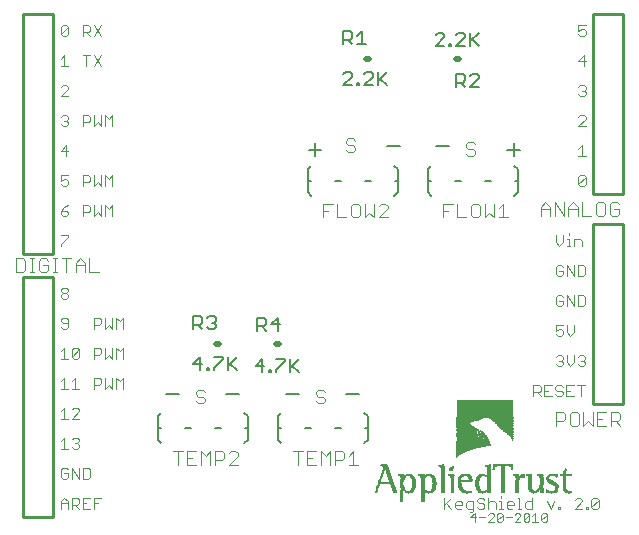
<source format=gto>
G75*
G70*
%OFA0B0*%
%FSLAX24Y24*%
%IPPOS*%
%LPD*%
%AMOC8*
5,1,8,0,0,1.08239X$1,22.5*
%
%ADD10C,0.0030*%
%ADD11C,0.0060*%
%ADD12C,0.0040*%
%ADD13C,0.0100*%
%ADD14R,0.0100X0.0010*%
%ADD15R,0.0110X0.0010*%
%ADD16R,0.0020X0.0010*%
%ADD17R,0.0040X0.0010*%
%ADD18R,0.0030X0.0010*%
%ADD19R,0.0140X0.0010*%
%ADD20R,0.0210X0.0010*%
%ADD21R,0.0120X0.0010*%
%ADD22R,0.0180X0.0010*%
%ADD23R,0.0090X0.0010*%
%ADD24R,0.0190X0.0010*%
%ADD25R,0.0280X0.0010*%
%ADD26R,0.0270X0.0010*%
%ADD27R,0.0200X0.0010*%
%ADD28R,0.0130X0.0010*%
%ADD29R,0.0230X0.0010*%
%ADD30R,0.0220X0.0010*%
%ADD31R,0.0320X0.0010*%
%ADD32R,0.0250X0.0010*%
%ADD33R,0.0330X0.0010*%
%ADD34R,0.0340X0.0010*%
%ADD35R,0.0350X0.0010*%
%ADD36R,0.0260X0.0010*%
%ADD37R,0.0240X0.0010*%
%ADD38R,0.0150X0.0010*%
%ADD39R,0.0050X0.0010*%
%ADD40R,0.0080X0.0010*%
%ADD41R,0.0010X0.0010*%
%ADD42R,0.0070X0.0010*%
%ADD43R,0.0060X0.0010*%
%ADD44R,0.0170X0.0010*%
%ADD45R,0.0160X0.0010*%
%ADD46R,0.0550X0.0010*%
%ADD47R,0.0540X0.0010*%
%ADD48R,0.0530X0.0010*%
%ADD49R,0.0510X0.0010*%
%ADD50R,0.0480X0.0010*%
%ADD51R,0.0370X0.0010*%
%ADD52R,0.0300X0.0010*%
%ADD53R,0.0290X0.0010*%
%ADD54R,0.0670X0.0010*%
%ADD55R,0.0310X0.0010*%
%ADD56R,0.0380X0.0010*%
%ADD57R,0.0400X0.0010*%
%ADD58R,0.0430X0.0010*%
%ADD59R,0.0460X0.0010*%
%ADD60R,0.0580X0.0010*%
%ADD61R,0.0610X0.0010*%
%ADD62R,0.0650X0.0010*%
%ADD63R,0.0680X0.0010*%
%ADD64R,0.0720X0.0010*%
%ADD65R,0.0770X0.0010*%
%ADD66R,0.0810X0.0010*%
%ADD67R,0.0860X0.0010*%
%ADD68R,0.0920X0.0010*%
%ADD69R,0.0990X0.0010*%
%ADD70R,0.1120X0.0010*%
%ADD71R,0.1150X0.0010*%
%ADD72R,0.1140X0.0010*%
%ADD73R,0.1130X0.0010*%
%ADD74R,0.1110X0.0010*%
%ADD75R,0.1100X0.0010*%
%ADD76R,0.1090X0.0010*%
%ADD77R,0.1080X0.0010*%
%ADD78R,0.0890X0.0010*%
%ADD79R,0.0880X0.0010*%
%ADD80R,0.0710X0.0010*%
%ADD81R,0.0700X0.0010*%
%ADD82R,0.0690X0.0010*%
%ADD83R,0.0660X0.0010*%
%ADD84R,0.0360X0.0010*%
%ADD85R,0.0640X0.0010*%
%ADD86R,0.0390X0.0010*%
%ADD87R,0.0630X0.0010*%
%ADD88R,0.0410X0.0010*%
%ADD89R,0.0620X0.0010*%
%ADD90R,0.0420X0.0010*%
%ADD91R,0.0440X0.0010*%
%ADD92R,0.0450X0.0010*%
%ADD93R,0.0600X0.0010*%
%ADD94R,0.0590X0.0010*%
%ADD95R,0.0570X0.0010*%
%ADD96R,0.0470X0.0010*%
%ADD97R,0.0560X0.0010*%
%ADD98R,0.0490X0.0010*%
%ADD99R,0.0520X0.0010*%
%ADD100R,0.0500X0.0010*%
%ADD101R,0.0740X0.0010*%
%ADD102R,0.0760X0.0010*%
%ADD103R,0.0780X0.0010*%
%ADD104R,0.0730X0.0010*%
%ADD105R,0.0750X0.0010*%
%ADD106R,0.0830X0.0010*%
%ADD107R,0.0850X0.0010*%
%ADD108R,0.0790X0.0010*%
%ADD109R,0.0870X0.0010*%
%ADD110R,0.0910X0.0010*%
%ADD111R,0.0840X0.0010*%
%ADD112R,0.0970X0.0010*%
%ADD113R,0.1890X0.0010*%
%ADD114C,0.0200*%
%ADD115C,0.0080*%
D10*
X002121Y001116D02*
X002121Y001363D01*
X002244Y001486D01*
X002368Y001363D01*
X002368Y001116D01*
X002489Y001116D02*
X002489Y001486D01*
X002674Y001486D01*
X002736Y001424D01*
X002736Y001301D01*
X002674Y001239D01*
X002489Y001239D01*
X002613Y001239D02*
X002736Y001116D01*
X002858Y001116D02*
X003104Y001116D01*
X003226Y001116D02*
X003226Y001486D01*
X003473Y001486D01*
X003349Y001301D02*
X003226Y001301D01*
X003104Y001486D02*
X002858Y001486D01*
X002858Y001116D01*
X002858Y001301D02*
X002981Y001301D01*
X002368Y001301D02*
X002121Y001301D01*
X002183Y002116D02*
X002121Y002178D01*
X002121Y002424D01*
X002183Y002486D01*
X002306Y002486D01*
X002368Y002424D01*
X002368Y002301D02*
X002244Y002301D01*
X002368Y002301D02*
X002368Y002178D01*
X002306Y002116D01*
X002183Y002116D01*
X002489Y002116D02*
X002489Y002486D01*
X002736Y002116D01*
X002736Y002486D01*
X002858Y002486D02*
X003043Y002486D01*
X003104Y002424D01*
X003104Y002178D01*
X003043Y002116D01*
X002858Y002116D01*
X002858Y002486D01*
X002674Y003116D02*
X002551Y003116D01*
X002489Y003178D01*
X002368Y003116D02*
X002121Y003116D01*
X002244Y003116D02*
X002244Y003486D01*
X002121Y003363D01*
X002489Y003424D02*
X002551Y003486D01*
X002674Y003486D01*
X002736Y003424D01*
X002736Y003363D01*
X002674Y003301D01*
X002736Y003239D01*
X002736Y003178D01*
X002674Y003116D01*
X002674Y003301D02*
X002613Y003301D01*
X002736Y004116D02*
X002489Y004116D01*
X002736Y004363D01*
X002736Y004424D01*
X002674Y004486D01*
X002551Y004486D01*
X002489Y004424D01*
X002244Y004486D02*
X002244Y004116D01*
X002121Y004116D02*
X002368Y004116D01*
X002121Y004363D02*
X002244Y004486D01*
X002244Y005116D02*
X002244Y005486D01*
X002121Y005363D01*
X002121Y005116D02*
X002368Y005116D01*
X002489Y005116D02*
X002736Y005116D01*
X002613Y005116D02*
X002613Y005486D01*
X002489Y005363D01*
X003226Y005486D02*
X003226Y005116D01*
X003226Y005239D02*
X003411Y005239D01*
X003473Y005301D01*
X003473Y005424D01*
X003411Y005486D01*
X003226Y005486D01*
X003594Y005486D02*
X003594Y005116D01*
X003718Y005239D01*
X003841Y005116D01*
X003841Y005486D01*
X003963Y005486D02*
X004086Y005363D01*
X004209Y005486D01*
X004209Y005116D01*
X003963Y005116D02*
X003963Y005486D01*
X003963Y006116D02*
X003963Y006486D01*
X004086Y006363D01*
X004209Y006486D01*
X004209Y006116D01*
X003841Y006116D02*
X003841Y006486D01*
X003594Y006486D02*
X003594Y006116D01*
X003718Y006239D01*
X003841Y006116D01*
X003473Y006301D02*
X003411Y006239D01*
X003226Y006239D01*
X003226Y006116D02*
X003226Y006486D01*
X003411Y006486D01*
X003473Y006424D01*
X003473Y006301D01*
X002736Y006178D02*
X002674Y006116D01*
X002551Y006116D01*
X002489Y006178D01*
X002736Y006424D01*
X002736Y006178D01*
X002736Y006424D02*
X002674Y006486D01*
X002551Y006486D01*
X002489Y006424D01*
X002489Y006178D01*
X002368Y006116D02*
X002121Y006116D01*
X002244Y006116D02*
X002244Y006486D01*
X002121Y006363D01*
X002183Y007116D02*
X002121Y007178D01*
X002183Y007116D02*
X002306Y007116D01*
X002368Y007178D01*
X002368Y007424D01*
X002306Y007486D01*
X002183Y007486D01*
X002121Y007424D01*
X002121Y007363D01*
X002183Y007301D01*
X002368Y007301D01*
X002306Y008116D02*
X002183Y008116D01*
X002121Y008178D01*
X002121Y008239D01*
X002183Y008301D01*
X002306Y008301D01*
X002368Y008239D01*
X002368Y008178D01*
X002306Y008116D01*
X002306Y008301D02*
X002368Y008363D01*
X002368Y008424D01*
X002306Y008486D01*
X002183Y008486D01*
X002121Y008424D01*
X002121Y008363D01*
X002183Y008301D01*
X003226Y007486D02*
X003411Y007486D01*
X003473Y007424D01*
X003473Y007301D01*
X003411Y007239D01*
X003226Y007239D01*
X003226Y007116D02*
X003226Y007486D01*
X003594Y007486D02*
X003594Y007116D01*
X003718Y007239D01*
X003841Y007116D01*
X003841Y007486D01*
X003963Y007486D02*
X004086Y007363D01*
X004209Y007486D01*
X004209Y007116D01*
X003963Y007116D02*
X003963Y007486D01*
X002121Y009866D02*
X002121Y009928D01*
X002368Y010174D01*
X002368Y010236D01*
X002121Y010236D01*
X002183Y010866D02*
X002306Y010866D01*
X002368Y010928D01*
X002368Y010989D01*
X002306Y011051D01*
X002121Y011051D01*
X002121Y010928D01*
X002183Y010866D01*
X002121Y011051D02*
X002244Y011174D01*
X002368Y011236D01*
X002858Y011236D02*
X002858Y010866D01*
X002858Y010989D02*
X003043Y010989D01*
X003104Y011051D01*
X003104Y011174D01*
X003043Y011236D01*
X002858Y011236D01*
X003226Y011236D02*
X003226Y010866D01*
X003349Y010989D01*
X003473Y010866D01*
X003473Y011236D01*
X003594Y011236D02*
X003718Y011113D01*
X003841Y011236D01*
X003841Y010866D01*
X003594Y010866D02*
X003594Y011236D01*
X003594Y011866D02*
X003594Y012236D01*
X003718Y012113D01*
X003841Y012236D01*
X003841Y011866D01*
X003473Y011866D02*
X003473Y012236D01*
X003226Y012236D02*
X003226Y011866D01*
X003349Y011989D01*
X003473Y011866D01*
X003104Y012051D02*
X003043Y011989D01*
X002858Y011989D01*
X002858Y011866D02*
X002858Y012236D01*
X003043Y012236D01*
X003104Y012174D01*
X003104Y012051D01*
X002368Y012051D02*
X002368Y011928D01*
X002306Y011866D01*
X002183Y011866D01*
X002121Y011928D01*
X002121Y012051D02*
X002244Y012113D01*
X002306Y012113D01*
X002368Y012051D01*
X002368Y012236D02*
X002121Y012236D01*
X002121Y012051D01*
X002306Y012866D02*
X002306Y013236D01*
X002121Y013051D01*
X002368Y013051D01*
X002306Y013866D02*
X002183Y013866D01*
X002121Y013928D01*
X002244Y014051D02*
X002306Y014051D01*
X002368Y013989D01*
X002368Y013928D01*
X002306Y013866D01*
X002306Y014051D02*
X002368Y014113D01*
X002368Y014174D01*
X002306Y014236D01*
X002183Y014236D01*
X002121Y014174D01*
X002121Y014866D02*
X002368Y015113D01*
X002368Y015174D01*
X002306Y015236D01*
X002183Y015236D01*
X002121Y015174D01*
X002121Y014866D02*
X002368Y014866D01*
X002858Y014236D02*
X003043Y014236D01*
X003104Y014174D01*
X003104Y014051D01*
X003043Y013989D01*
X002858Y013989D01*
X002858Y013866D02*
X002858Y014236D01*
X003226Y014236D02*
X003226Y013866D01*
X003349Y013989D01*
X003473Y013866D01*
X003473Y014236D01*
X003594Y014236D02*
X003718Y014113D01*
X003841Y014236D01*
X003841Y013866D01*
X003594Y013866D02*
X003594Y014236D01*
X003473Y015866D02*
X003226Y016236D01*
X003104Y016236D02*
X002858Y016236D01*
X002981Y016236D02*
X002981Y015866D01*
X003226Y015866D02*
X003473Y016236D01*
X003473Y016866D02*
X003226Y017236D01*
X003104Y017174D02*
X003104Y017051D01*
X003043Y016989D01*
X002858Y016989D01*
X002981Y016989D02*
X003104Y016866D01*
X003226Y016866D02*
X003473Y017236D01*
X003104Y017174D02*
X003043Y017236D01*
X002858Y017236D01*
X002858Y016866D01*
X002368Y016928D02*
X002306Y016866D01*
X002183Y016866D01*
X002121Y016928D01*
X002368Y017174D01*
X002368Y016928D01*
X002121Y016928D02*
X002121Y017174D01*
X002183Y017236D01*
X002306Y017236D01*
X002368Y017174D01*
X002244Y016236D02*
X002121Y016113D01*
X002244Y016236D02*
X002244Y015866D01*
X002121Y015866D02*
X002368Y015866D01*
X017871Y005236D02*
X017871Y004866D01*
X017871Y004989D02*
X018056Y004989D01*
X018118Y005051D01*
X018118Y005174D01*
X018056Y005236D01*
X017871Y005236D01*
X017994Y004989D02*
X018118Y004866D01*
X018239Y004866D02*
X018486Y004866D01*
X018608Y004928D02*
X018669Y004866D01*
X018793Y004866D01*
X018854Y004928D01*
X018854Y004989D01*
X018793Y005051D01*
X018669Y005051D01*
X018608Y005113D01*
X018608Y005174D01*
X018669Y005236D01*
X018793Y005236D01*
X018854Y005174D01*
X018976Y005236D02*
X018976Y004866D01*
X019223Y004866D01*
X019099Y005051D02*
X018976Y005051D01*
X018976Y005236D02*
X019223Y005236D01*
X019344Y005236D02*
X019591Y005236D01*
X019468Y005236D02*
X019468Y004866D01*
X019419Y005866D02*
X019358Y005928D01*
X019419Y005866D02*
X019543Y005866D01*
X019604Y005928D01*
X019604Y005989D01*
X019543Y006051D01*
X019481Y006051D01*
X019543Y006051D02*
X019604Y006113D01*
X019604Y006174D01*
X019543Y006236D01*
X019419Y006236D01*
X019358Y006174D01*
X019236Y006236D02*
X019236Y005989D01*
X019113Y005866D01*
X018989Y005989D01*
X018989Y006236D01*
X018868Y006174D02*
X018868Y006113D01*
X018806Y006051D01*
X018868Y005989D01*
X018868Y005928D01*
X018806Y005866D01*
X018683Y005866D01*
X018621Y005928D01*
X018744Y006051D02*
X018806Y006051D01*
X018868Y006174D02*
X018806Y006236D01*
X018683Y006236D01*
X018621Y006174D01*
X018683Y006866D02*
X018621Y006928D01*
X018683Y006866D02*
X018806Y006866D01*
X018868Y006928D01*
X018868Y007051D01*
X018806Y007113D01*
X018744Y007113D01*
X018621Y007051D01*
X018621Y007236D01*
X018868Y007236D01*
X018989Y007236D02*
X018989Y006989D01*
X019113Y006866D01*
X019236Y006989D01*
X019236Y007236D01*
X019236Y007866D02*
X019236Y008236D01*
X019358Y008236D02*
X019543Y008236D01*
X019604Y008174D01*
X019604Y007928D01*
X019543Y007866D01*
X019358Y007866D01*
X019358Y008236D01*
X018989Y008236D02*
X019236Y007866D01*
X018989Y007866D02*
X018989Y008236D01*
X018868Y008174D02*
X018806Y008236D01*
X018683Y008236D01*
X018621Y008174D01*
X018621Y007928D01*
X018683Y007866D01*
X018806Y007866D01*
X018868Y007928D01*
X018868Y008051D01*
X018744Y008051D01*
X018683Y008866D02*
X018806Y008866D01*
X018868Y008928D01*
X018868Y009051D01*
X018744Y009051D01*
X018621Y009174D02*
X018621Y008928D01*
X018683Y008866D01*
X018621Y009174D02*
X018683Y009236D01*
X018806Y009236D01*
X018868Y009174D01*
X018989Y009236D02*
X018989Y008866D01*
X019236Y008866D02*
X018989Y009236D01*
X019236Y009236D02*
X019236Y008866D01*
X019358Y008866D02*
X019543Y008866D01*
X019604Y008928D01*
X019604Y009174D01*
X019543Y009236D01*
X019358Y009236D01*
X019358Y008866D01*
X019235Y009866D02*
X019235Y010113D01*
X019420Y010113D01*
X019482Y010051D01*
X019482Y009866D01*
X019113Y009866D02*
X018989Y009866D01*
X019051Y009866D02*
X019051Y010113D01*
X018989Y010113D01*
X019051Y010236D02*
X019051Y010298D01*
X018868Y010236D02*
X018868Y009989D01*
X018744Y009866D01*
X018621Y009989D01*
X018621Y010236D01*
X019433Y011866D02*
X019371Y011928D01*
X019618Y012174D01*
X019618Y011928D01*
X019556Y011866D01*
X019433Y011866D01*
X019371Y011928D02*
X019371Y012174D01*
X019433Y012236D01*
X019556Y012236D01*
X019618Y012174D01*
X019618Y012866D02*
X019371Y012866D01*
X019494Y012866D02*
X019494Y013236D01*
X019371Y013113D01*
X019371Y013866D02*
X019618Y014113D01*
X019618Y014174D01*
X019556Y014236D01*
X019433Y014236D01*
X019371Y014174D01*
X019371Y013866D02*
X019618Y013866D01*
X019556Y014866D02*
X019433Y014866D01*
X019371Y014928D01*
X019494Y015051D02*
X019556Y015051D01*
X019618Y014989D01*
X019618Y014928D01*
X019556Y014866D01*
X019556Y015051D02*
X019618Y015113D01*
X019618Y015174D01*
X019556Y015236D01*
X019433Y015236D01*
X019371Y015174D01*
X019556Y015866D02*
X019556Y016236D01*
X019371Y016051D01*
X019618Y016051D01*
X019556Y016866D02*
X019433Y016866D01*
X019371Y016928D01*
X019371Y017051D02*
X019494Y017113D01*
X019556Y017113D01*
X019618Y017051D01*
X019618Y016928D01*
X019556Y016866D01*
X019371Y017051D02*
X019371Y017236D01*
X019618Y017236D01*
X018486Y005236D02*
X018239Y005236D01*
X018239Y004866D01*
X018239Y005051D02*
X018363Y005051D01*
X017844Y001481D02*
X017844Y001111D01*
X017659Y001111D01*
X017597Y001173D01*
X017597Y001296D01*
X017659Y001358D01*
X017844Y001358D01*
X017475Y001111D02*
X017351Y001111D01*
X017413Y001111D02*
X017413Y001481D01*
X017351Y001481D01*
X017168Y001358D02*
X017230Y001296D01*
X017230Y001234D01*
X016983Y001234D01*
X016983Y001173D02*
X016983Y001296D01*
X017045Y001358D01*
X017168Y001358D01*
X017168Y001111D02*
X017045Y001111D01*
X016983Y001173D01*
X016861Y001111D02*
X016738Y001111D01*
X016799Y001111D02*
X016799Y001358D01*
X016738Y001358D01*
X016616Y001296D02*
X016616Y001111D01*
X016713Y000966D02*
X016810Y000966D01*
X016858Y000918D01*
X016665Y000724D01*
X016713Y000676D01*
X016810Y000676D01*
X016858Y000724D01*
X016858Y000918D01*
X016960Y000821D02*
X017153Y000821D01*
X017254Y000918D02*
X017303Y000966D01*
X017399Y000966D01*
X017448Y000918D01*
X017448Y000869D01*
X017254Y000676D01*
X017448Y000676D01*
X017549Y000724D02*
X017549Y000918D01*
X017597Y000966D01*
X017694Y000966D01*
X017742Y000918D01*
X017549Y000724D01*
X017597Y000676D01*
X017694Y000676D01*
X017742Y000724D01*
X017742Y000918D01*
X017844Y000869D02*
X017940Y000966D01*
X017940Y000676D01*
X017844Y000676D02*
X018037Y000676D01*
X018138Y000724D02*
X018332Y000918D01*
X018332Y000724D01*
X018283Y000676D01*
X018187Y000676D01*
X018138Y000724D01*
X018138Y000918D01*
X018187Y000966D01*
X018283Y000966D01*
X018332Y000918D01*
X018457Y001111D02*
X018580Y001358D01*
X018702Y001173D02*
X018764Y001173D01*
X018764Y001111D01*
X018702Y001111D01*
X018702Y001173D01*
X018457Y001111D02*
X018334Y001358D01*
X019254Y001419D02*
X019316Y001481D01*
X019439Y001481D01*
X019501Y001419D01*
X019501Y001358D01*
X019254Y001111D01*
X019501Y001111D01*
X019623Y001111D02*
X019684Y001111D01*
X019684Y001173D01*
X019623Y001173D01*
X019623Y001111D01*
X019807Y001173D02*
X019807Y001419D01*
X019868Y001481D01*
X019992Y001481D01*
X020054Y001419D01*
X019807Y001173D01*
X019868Y001111D01*
X019992Y001111D01*
X020054Y001173D01*
X020054Y001419D01*
X016799Y001481D02*
X016799Y001543D01*
X016554Y001358D02*
X016616Y001296D01*
X016554Y001358D02*
X016431Y001358D01*
X016369Y001296D01*
X016248Y001234D02*
X016186Y001296D01*
X016063Y001296D01*
X016001Y001358D01*
X016001Y001419D01*
X016063Y001481D01*
X016186Y001481D01*
X016248Y001419D01*
X016369Y001481D02*
X016369Y001111D01*
X016248Y001173D02*
X016186Y001111D01*
X016063Y001111D01*
X016001Y001173D01*
X015879Y001111D02*
X015694Y001111D01*
X015633Y001173D01*
X015633Y001296D01*
X015694Y001358D01*
X015879Y001358D01*
X015879Y001049D01*
X015818Y000987D01*
X015756Y000987D01*
X015781Y000821D02*
X015926Y000966D01*
X015926Y000676D01*
X015974Y000821D02*
X015781Y000821D01*
X016076Y000821D02*
X016269Y000821D01*
X016370Y000918D02*
X016419Y000966D01*
X016515Y000966D01*
X016564Y000918D01*
X016564Y000869D01*
X016370Y000676D01*
X016564Y000676D01*
X016665Y000724D02*
X016665Y000918D01*
X016713Y000966D01*
X016248Y001173D02*
X016248Y001234D01*
X015511Y001234D02*
X015264Y001234D01*
X015264Y001173D02*
X015264Y001296D01*
X015326Y001358D01*
X015449Y001358D01*
X015511Y001296D01*
X015511Y001234D01*
X015449Y001111D02*
X015326Y001111D01*
X015264Y001173D01*
X015143Y001111D02*
X014958Y001296D01*
X014896Y001234D02*
X015143Y001481D01*
X014896Y001481D02*
X014896Y001111D01*
D11*
X012063Y004951D02*
X011636Y004951D01*
X010063Y004951D02*
X009636Y004951D01*
X009766Y005666D02*
X009766Y006106D01*
X009599Y006106D02*
X009599Y006033D01*
X009305Y005739D01*
X009305Y005666D01*
X009148Y005666D02*
X009148Y005739D01*
X009075Y005739D01*
X009075Y005666D01*
X009148Y005666D01*
X008835Y005666D02*
X008835Y006106D01*
X008615Y005886D01*
X008908Y005886D01*
X009305Y006106D02*
X009599Y006106D01*
X009839Y005886D02*
X010059Y005666D01*
X009766Y005813D02*
X010059Y006106D01*
X009361Y007046D02*
X009361Y007486D01*
X009141Y007266D01*
X009434Y007266D01*
X008974Y007266D02*
X008900Y007193D01*
X008680Y007193D01*
X008827Y007193D02*
X008974Y007046D01*
X008974Y007266D02*
X008974Y007413D01*
X008900Y007486D01*
X008680Y007486D01*
X008680Y007046D01*
X007990Y006161D02*
X007697Y005868D01*
X007770Y005941D02*
X007990Y005721D01*
X007697Y005721D02*
X007697Y006161D01*
X007530Y006161D02*
X007530Y006088D01*
X007237Y005794D01*
X007237Y005721D01*
X007080Y005721D02*
X007006Y005721D01*
X007006Y005794D01*
X007080Y005794D01*
X007080Y005721D01*
X006840Y005941D02*
X006546Y005941D01*
X006766Y006161D01*
X006766Y005721D01*
X007237Y006161D02*
X007530Y006161D01*
X007227Y007091D02*
X007080Y007091D01*
X007006Y007164D01*
X006840Y007091D02*
X006693Y007238D01*
X006766Y007238D02*
X006546Y007238D01*
X006546Y007091D02*
X006546Y007531D01*
X006766Y007531D01*
X006840Y007458D01*
X006840Y007311D01*
X006766Y007238D01*
X007006Y007458D02*
X007080Y007531D01*
X007227Y007531D01*
X007300Y007458D01*
X007300Y007384D01*
X007227Y007311D01*
X007300Y007238D01*
X007300Y007164D01*
X007227Y007091D01*
X007227Y007311D02*
X007153Y007311D01*
X007636Y004951D02*
X008063Y004951D01*
X006063Y004951D02*
X005636Y004951D01*
X010600Y012863D02*
X010600Y013290D01*
X010813Y013076D02*
X010386Y013076D01*
X011546Y015221D02*
X011840Y015514D01*
X011840Y015588D01*
X011766Y015661D01*
X011619Y015661D01*
X011546Y015588D01*
X011546Y015221D02*
X011840Y015221D01*
X012006Y015221D02*
X012080Y015221D01*
X012080Y015294D01*
X012006Y015294D01*
X012006Y015221D01*
X012237Y015221D02*
X012530Y015514D01*
X012530Y015588D01*
X012457Y015661D01*
X012310Y015661D01*
X012237Y015588D01*
X012237Y015221D02*
X012530Y015221D01*
X012697Y015221D02*
X012697Y015661D01*
X012770Y015441D02*
X012990Y015221D01*
X012697Y015368D02*
X012990Y015661D01*
X012300Y016591D02*
X012006Y016591D01*
X012153Y016591D02*
X012153Y017031D01*
X012006Y016884D01*
X011840Y016811D02*
X011766Y016738D01*
X011546Y016738D01*
X011693Y016738D02*
X011840Y016591D01*
X011840Y016811D02*
X011840Y016958D01*
X011766Y017031D01*
X011546Y017031D01*
X011546Y016591D01*
X014615Y016541D02*
X014908Y016834D01*
X014908Y016908D01*
X014835Y016981D01*
X014688Y016981D01*
X014615Y016908D01*
X014615Y016541D02*
X014908Y016541D01*
X015075Y016541D02*
X015075Y016614D01*
X015148Y016614D01*
X015148Y016541D01*
X015075Y016541D01*
X015305Y016541D02*
X015599Y016834D01*
X015599Y016908D01*
X015525Y016981D01*
X015379Y016981D01*
X015305Y016908D01*
X015305Y016541D02*
X015599Y016541D01*
X015766Y016541D02*
X015766Y016981D01*
X015766Y016688D02*
X016059Y016981D01*
X015839Y016761D02*
X016059Y016541D01*
X015986Y015611D02*
X015839Y015611D01*
X015766Y015538D01*
X015599Y015538D02*
X015599Y015391D01*
X015525Y015318D01*
X015305Y015318D01*
X015452Y015318D02*
X015599Y015171D01*
X015766Y015171D02*
X016059Y015464D01*
X016059Y015538D01*
X015986Y015611D01*
X015599Y015538D02*
X015525Y015611D01*
X015305Y015611D01*
X015305Y015171D01*
X015766Y015171D02*
X016059Y015171D01*
X017225Y013290D02*
X017225Y012863D01*
X017011Y013076D02*
X017438Y013076D01*
X015063Y013201D02*
X014636Y013201D01*
X013438Y013201D02*
X013011Y013201D01*
D12*
X011933Y013149D02*
X011933Y013073D01*
X011856Y012996D01*
X011703Y012996D01*
X011626Y013073D01*
X011703Y013226D02*
X011856Y013226D01*
X011933Y013149D01*
X011933Y013379D02*
X011856Y013456D01*
X011703Y013456D01*
X011626Y013379D01*
X011626Y013303D01*
X011703Y013226D01*
X011873Y011281D02*
X011797Y011204D01*
X011797Y010898D01*
X011873Y010821D01*
X012027Y010821D01*
X012104Y010898D01*
X012104Y011204D01*
X012027Y011281D01*
X011873Y011281D01*
X012257Y011281D02*
X012257Y010821D01*
X012411Y010974D01*
X012564Y010821D01*
X012564Y011281D01*
X012717Y011204D02*
X012794Y011281D01*
X012948Y011281D01*
X013024Y011204D01*
X013024Y011128D01*
X012717Y010821D01*
X013024Y010821D01*
X011643Y010821D02*
X011336Y010821D01*
X011336Y011281D01*
X011183Y011281D02*
X010876Y011281D01*
X010876Y010821D01*
X010876Y011051D02*
X011029Y011051D01*
X014876Y011051D02*
X015029Y011051D01*
X014876Y010821D02*
X014876Y011281D01*
X015183Y011281D01*
X015336Y011281D02*
X015336Y010821D01*
X015643Y010821D01*
X015797Y010898D02*
X015873Y010821D01*
X016027Y010821D01*
X016104Y010898D01*
X016104Y011204D01*
X016027Y011281D01*
X015873Y011281D01*
X015797Y011204D01*
X015797Y010898D01*
X016257Y010821D02*
X016257Y011281D01*
X016564Y011281D02*
X016564Y010821D01*
X016411Y010974D01*
X016257Y010821D01*
X016717Y010821D02*
X017024Y010821D01*
X016871Y010821D02*
X016871Y011281D01*
X016717Y011128D01*
X018126Y011101D02*
X018433Y011101D01*
X018433Y011178D02*
X018433Y010871D01*
X018586Y010871D02*
X018586Y011331D01*
X018893Y010871D01*
X018893Y011331D01*
X019047Y011178D02*
X019200Y011331D01*
X019354Y011178D01*
X019354Y010871D01*
X019507Y010871D02*
X019814Y010871D01*
X019967Y010948D02*
X020044Y010871D01*
X020198Y010871D01*
X020274Y010948D01*
X020274Y011254D01*
X020198Y011331D01*
X020044Y011331D01*
X019967Y011254D01*
X019967Y010948D01*
X020428Y010948D02*
X020504Y010871D01*
X020658Y010871D01*
X020735Y010948D01*
X020735Y011101D01*
X020581Y011101D01*
X020428Y011254D02*
X020428Y010948D01*
X020428Y011254D02*
X020504Y011331D01*
X020658Y011331D01*
X020735Y011254D01*
X019507Y011331D02*
X019507Y010871D01*
X019354Y011101D02*
X019047Y011101D01*
X019047Y011178D02*
X019047Y010871D01*
X018433Y011178D02*
X018279Y011331D01*
X018126Y011178D01*
X018126Y010871D01*
X015933Y012948D02*
X015856Y012871D01*
X015703Y012871D01*
X015626Y012948D01*
X015703Y013101D02*
X015856Y013101D01*
X015933Y013024D01*
X015933Y012948D01*
X015703Y013101D02*
X015626Y013178D01*
X015626Y013254D01*
X015703Y013331D01*
X015856Y013331D01*
X015933Y013254D01*
X010856Y005081D02*
X010703Y005081D01*
X010626Y005004D01*
X010626Y004928D01*
X010703Y004851D01*
X010856Y004851D01*
X010933Y004774D01*
X010933Y004698D01*
X010856Y004621D01*
X010703Y004621D01*
X010626Y004698D01*
X010933Y005004D02*
X010856Y005081D01*
X010797Y003031D02*
X010950Y002878D01*
X011104Y003031D01*
X011104Y002571D01*
X011257Y002571D02*
X011257Y003031D01*
X011487Y003031D01*
X011564Y002954D01*
X011564Y002801D01*
X011487Y002724D01*
X011257Y002724D01*
X010797Y002571D02*
X010797Y003031D01*
X010643Y003031D02*
X010336Y003031D01*
X010336Y002571D01*
X010643Y002571D01*
X010490Y002801D02*
X010336Y002801D01*
X010183Y003031D02*
X009876Y003031D01*
X010029Y003031D02*
X010029Y002571D01*
X011717Y002571D02*
X012024Y002571D01*
X011871Y002571D02*
X011871Y003031D01*
X011717Y002878D01*
X008024Y002878D02*
X008024Y002954D01*
X007948Y003031D01*
X007794Y003031D01*
X007717Y002954D01*
X007564Y002954D02*
X007564Y002801D01*
X007487Y002724D01*
X007257Y002724D01*
X007257Y002571D02*
X007257Y003031D01*
X007487Y003031D01*
X007564Y002954D01*
X007717Y002571D02*
X008024Y002878D01*
X008024Y002571D02*
X007717Y002571D01*
X007104Y002571D02*
X007104Y003031D01*
X006950Y002878D01*
X006797Y003031D01*
X006797Y002571D01*
X006643Y002571D02*
X006336Y002571D01*
X006336Y003031D01*
X006643Y003031D01*
X006490Y002801D02*
X006336Y002801D01*
X006183Y003031D02*
X005876Y003031D01*
X006029Y003031D02*
X006029Y002571D01*
X006703Y004621D02*
X006626Y004698D01*
X006703Y004621D02*
X006856Y004621D01*
X006933Y004698D01*
X006933Y004774D01*
X006856Y004851D01*
X006703Y004851D01*
X006626Y004928D01*
X006626Y005004D01*
X006703Y005081D01*
X006856Y005081D01*
X006933Y005004D01*
X003388Y008996D02*
X003081Y008996D01*
X003081Y009456D01*
X002928Y009303D02*
X002928Y008996D01*
X002928Y009226D02*
X002621Y009226D01*
X002621Y009303D02*
X002621Y008996D01*
X002621Y009303D02*
X002774Y009456D01*
X002928Y009303D01*
X002467Y009456D02*
X002161Y009456D01*
X002314Y009456D02*
X002314Y008996D01*
X002007Y008996D02*
X001854Y008996D01*
X001930Y008996D02*
X001930Y009456D01*
X001854Y009456D02*
X002007Y009456D01*
X001700Y009379D02*
X001623Y009456D01*
X001470Y009456D01*
X001393Y009379D01*
X001393Y009073D01*
X001470Y008996D01*
X001623Y008996D01*
X001700Y009073D01*
X001700Y009226D01*
X001547Y009226D01*
X001240Y008996D02*
X001086Y008996D01*
X001163Y008996D02*
X001163Y009456D01*
X001086Y009456D02*
X001240Y009456D01*
X000933Y009379D02*
X000856Y009456D01*
X000626Y009456D01*
X000626Y008996D01*
X000856Y008996D01*
X000933Y009073D01*
X000933Y009379D01*
X018626Y004331D02*
X018626Y003871D01*
X018626Y004024D02*
X018856Y004024D01*
X018933Y004101D01*
X018933Y004254D01*
X018856Y004331D01*
X018626Y004331D01*
X019086Y004254D02*
X019086Y003948D01*
X019163Y003871D01*
X019317Y003871D01*
X019393Y003948D01*
X019393Y004254D01*
X019317Y004331D01*
X019163Y004331D01*
X019086Y004254D01*
X019547Y004331D02*
X019547Y003871D01*
X019700Y004024D01*
X019854Y003871D01*
X019854Y004331D01*
X020007Y004331D02*
X020007Y003871D01*
X020314Y003871D01*
X020467Y003871D02*
X020467Y004331D01*
X020698Y004331D01*
X020774Y004254D01*
X020774Y004101D01*
X020698Y004024D01*
X020467Y004024D01*
X020621Y004024D02*
X020774Y003871D01*
X020314Y004331D02*
X020007Y004331D01*
X020007Y004101D02*
X020161Y004101D01*
D13*
X000856Y000851D02*
X000856Y008851D01*
X001856Y008851D01*
X001856Y000851D01*
X000856Y000851D01*
X000856Y009601D02*
X000856Y017601D01*
X001856Y017601D01*
X001856Y009601D01*
X000856Y009601D01*
X019856Y010601D02*
X019856Y004601D01*
X020856Y004601D01*
X020856Y010601D01*
X019856Y010601D01*
X019856Y011601D02*
X020856Y011601D01*
X020856Y017601D01*
X019856Y017601D01*
X019856Y011601D01*
D14*
X016226Y003581D03*
X016236Y003571D03*
X016236Y003561D03*
X016246Y003551D03*
X016086Y003601D03*
X016086Y003611D03*
X015366Y002881D03*
X015126Y002371D03*
X015186Y002121D03*
X015186Y002111D03*
X015186Y002101D03*
X015186Y002091D03*
X015186Y002081D03*
X015186Y002071D03*
X015186Y002061D03*
X015186Y002051D03*
X015186Y002041D03*
X015186Y002031D03*
X015186Y002021D03*
X015186Y002011D03*
X015186Y002001D03*
X015186Y001991D03*
X015186Y001981D03*
X015186Y001971D03*
X015186Y001961D03*
X015186Y001951D03*
X015186Y001941D03*
X015186Y001931D03*
X015186Y001921D03*
X015186Y001911D03*
X015186Y001901D03*
X015186Y001891D03*
X015186Y001881D03*
X015186Y001871D03*
X015186Y001861D03*
X015186Y001851D03*
X015186Y001841D03*
X015186Y001831D03*
X015186Y001821D03*
X015186Y001811D03*
X015186Y001801D03*
X015186Y001791D03*
X015186Y001781D03*
X015186Y001771D03*
X015186Y001761D03*
X015186Y001751D03*
X015186Y001741D03*
X015186Y001731D03*
X015186Y001721D03*
X015186Y001711D03*
X015186Y001701D03*
X015186Y001691D03*
X015186Y001681D03*
X015186Y001671D03*
X015186Y001661D03*
X015186Y001651D03*
X015186Y001641D03*
X015186Y001631D03*
X015416Y001941D03*
X015416Y001951D03*
X015416Y001961D03*
X015416Y001971D03*
X015416Y001981D03*
X015416Y001991D03*
X015416Y002051D03*
X015426Y002071D03*
X015426Y002081D03*
X015426Y002091D03*
X015436Y002111D03*
X015436Y002121D03*
X015446Y002131D03*
X015446Y002141D03*
X015456Y002151D03*
X015466Y002161D03*
X014316Y002191D03*
X014196Y002241D03*
X013636Y002191D03*
X013506Y001991D03*
X013506Y001981D03*
X013506Y001971D03*
X013506Y001961D03*
X013506Y001951D03*
X013506Y001941D03*
X013506Y001931D03*
X013506Y001921D03*
X013506Y001911D03*
X013506Y001901D03*
X013506Y001891D03*
X013506Y001881D03*
X013506Y001701D03*
X013506Y001691D03*
X013506Y001681D03*
X013506Y001671D03*
X013506Y001661D03*
X013506Y001651D03*
X013506Y001641D03*
X013506Y001631D03*
X013506Y001621D03*
X013506Y001611D03*
X013506Y001601D03*
X013506Y001591D03*
X013506Y001581D03*
X013506Y001571D03*
X013506Y001561D03*
X013506Y001551D03*
X013506Y001541D03*
X013506Y001531D03*
X013506Y001521D03*
X013506Y001511D03*
X013506Y001501D03*
X013506Y001491D03*
X013506Y001481D03*
X013506Y001471D03*
X013506Y001461D03*
X013506Y001451D03*
X013506Y001441D03*
X013506Y001431D03*
X013506Y001421D03*
X013506Y001411D03*
X013506Y001401D03*
X013506Y001391D03*
X013506Y001381D03*
X013506Y001371D03*
X013506Y001361D03*
X013506Y001351D03*
X012696Y001821D03*
X012706Y001851D03*
X012756Y001991D03*
X012766Y002021D03*
X017156Y003501D03*
X017536Y002231D03*
X017776Y001781D03*
X018366Y001681D03*
X018646Y001691D03*
X018666Y001721D03*
X018676Y001771D03*
X018676Y001781D03*
X018676Y001791D03*
X018676Y001801D03*
X018936Y001801D03*
X018936Y001811D03*
X018936Y001821D03*
X018936Y001831D03*
X018936Y001841D03*
X018936Y001851D03*
X018936Y001861D03*
X018936Y001871D03*
X018936Y001881D03*
X018936Y001891D03*
X018936Y001901D03*
X018936Y001911D03*
X018936Y001921D03*
X018936Y001931D03*
X018936Y001941D03*
X018936Y001951D03*
X018936Y001961D03*
X018936Y001971D03*
X018936Y001981D03*
X018936Y001991D03*
X018936Y002001D03*
X018936Y002011D03*
X018936Y002021D03*
X018936Y002031D03*
X018936Y002041D03*
X018936Y002051D03*
X018936Y002061D03*
X018936Y002071D03*
X018936Y002081D03*
X018936Y002091D03*
X018936Y002101D03*
X018936Y002111D03*
X018936Y002121D03*
X018936Y002131D03*
X018936Y002141D03*
X018936Y002151D03*
X018936Y002161D03*
X018936Y002171D03*
X018936Y002181D03*
X018936Y002241D03*
X018936Y002251D03*
X018936Y002261D03*
X018936Y002271D03*
X018936Y002281D03*
X018936Y002291D03*
X018936Y002301D03*
X018936Y002311D03*
X018936Y002321D03*
X018936Y002331D03*
X018936Y002341D03*
X018936Y002351D03*
X018406Y002181D03*
X018396Y002171D03*
X018386Y002161D03*
X018376Y002131D03*
X018376Y002111D03*
X018376Y002101D03*
X018376Y002091D03*
X018376Y002081D03*
X018936Y001791D03*
X018936Y001781D03*
X018936Y001771D03*
X018936Y001761D03*
X018936Y001751D03*
X018936Y001741D03*
D15*
X018941Y001731D03*
X018941Y001721D03*
X018941Y001711D03*
X018671Y001811D03*
X018671Y001821D03*
X018631Y001681D03*
X018381Y002071D03*
X018151Y002071D03*
X018151Y002081D03*
X018151Y002091D03*
X018151Y002101D03*
X018151Y002111D03*
X018151Y002121D03*
X018151Y002131D03*
X018151Y002141D03*
X018151Y002061D03*
X018151Y002051D03*
X018151Y002041D03*
X018151Y002031D03*
X018151Y002021D03*
X018151Y002011D03*
X018151Y002001D03*
X018151Y001991D03*
X018151Y001981D03*
X018151Y001971D03*
X018151Y001961D03*
X018151Y001951D03*
X018151Y001941D03*
X018151Y001931D03*
X018151Y001921D03*
X018151Y001911D03*
X018151Y001901D03*
X018151Y001891D03*
X018151Y001751D03*
X018151Y001741D03*
X018151Y001731D03*
X018151Y001721D03*
X018151Y001711D03*
X018151Y001701D03*
X018151Y001691D03*
X018151Y001681D03*
X018151Y001671D03*
X018151Y001661D03*
X018151Y001651D03*
X018151Y001641D03*
X018151Y001631D03*
X017991Y001681D03*
X017791Y001731D03*
X017781Y001751D03*
X017781Y001761D03*
X017781Y001771D03*
X017771Y001791D03*
X017771Y001801D03*
X017771Y001811D03*
X017771Y001821D03*
X017771Y001831D03*
X017771Y001841D03*
X017771Y001851D03*
X017771Y001861D03*
X017771Y001871D03*
X017771Y001881D03*
X017771Y001891D03*
X017771Y001901D03*
X017771Y001911D03*
X017771Y001921D03*
X017771Y001931D03*
X017771Y001941D03*
X017771Y001951D03*
X017771Y001961D03*
X017771Y001971D03*
X017771Y001981D03*
X017771Y001991D03*
X017771Y002001D03*
X017771Y002011D03*
X017771Y002021D03*
X017771Y002031D03*
X017771Y002041D03*
X017771Y002051D03*
X017771Y002061D03*
X017771Y002071D03*
X017771Y002081D03*
X017771Y002091D03*
X017771Y002101D03*
X017771Y002111D03*
X017771Y002121D03*
X017771Y002131D03*
X017771Y002141D03*
X017341Y002141D03*
X017341Y002131D03*
X017341Y002011D03*
X017341Y002001D03*
X017341Y001991D03*
X017341Y001981D03*
X017341Y001971D03*
X017341Y001961D03*
X017341Y001951D03*
X017341Y001941D03*
X017341Y001931D03*
X017341Y001921D03*
X017341Y001911D03*
X017341Y001901D03*
X017341Y001891D03*
X017341Y001881D03*
X017341Y001871D03*
X017341Y001861D03*
X017341Y001851D03*
X017341Y001841D03*
X017341Y001831D03*
X017341Y001821D03*
X017341Y001811D03*
X017341Y001801D03*
X017341Y001791D03*
X017341Y001781D03*
X017341Y001771D03*
X017341Y001761D03*
X017341Y001751D03*
X017341Y001741D03*
X017341Y001731D03*
X017341Y001721D03*
X017341Y001711D03*
X017341Y001701D03*
X017341Y001691D03*
X017341Y001681D03*
X017341Y001671D03*
X017341Y001661D03*
X017341Y001651D03*
X017341Y001641D03*
X017341Y001631D03*
X016411Y001631D03*
X016411Y001641D03*
X016411Y001651D03*
X016411Y001661D03*
X016411Y001671D03*
X016411Y001681D03*
X016411Y001691D03*
X016411Y001851D03*
X016411Y001861D03*
X016411Y001871D03*
X016411Y001881D03*
X016411Y001891D03*
X016411Y001901D03*
X016411Y001911D03*
X016411Y001921D03*
X016411Y001931D03*
X016411Y001941D03*
X016411Y001951D03*
X016411Y001961D03*
X016411Y001971D03*
X016411Y001981D03*
X016411Y001991D03*
X016411Y002001D03*
X016411Y002011D03*
X016411Y002171D03*
X016411Y002181D03*
X016411Y002191D03*
X016411Y002201D03*
X016411Y002211D03*
X016411Y002221D03*
X016411Y002231D03*
X016411Y002241D03*
X016411Y002251D03*
X016411Y002261D03*
X016411Y002271D03*
X016411Y002281D03*
X016411Y002291D03*
X016411Y002301D03*
X016411Y002311D03*
X016411Y002321D03*
X016411Y002331D03*
X016411Y002341D03*
X016411Y002351D03*
X016411Y002361D03*
X016411Y002371D03*
X016411Y002381D03*
X016411Y002391D03*
X016411Y002401D03*
X016411Y002411D03*
X016411Y002421D03*
X016411Y002431D03*
X016051Y002141D03*
X016041Y002121D03*
X016031Y002101D03*
X016021Y002071D03*
X016011Y002031D03*
X016011Y002021D03*
X016001Y001941D03*
X016001Y001931D03*
X016001Y001921D03*
X016011Y001841D03*
X016011Y001831D03*
X016021Y001791D03*
X016031Y001761D03*
X016041Y001741D03*
X016051Y001721D03*
X015791Y002051D03*
X015781Y002091D03*
X015781Y002101D03*
X015781Y002111D03*
X015771Y002131D03*
X015761Y002151D03*
X015471Y002171D03*
X015421Y001931D03*
X015421Y001921D03*
X015421Y001911D03*
X015421Y001901D03*
X015421Y001891D03*
X015181Y002131D03*
X015181Y002141D03*
X015181Y002151D03*
X014861Y002151D03*
X014861Y002161D03*
X014861Y002171D03*
X014861Y002181D03*
X014861Y002191D03*
X014861Y002201D03*
X014861Y002211D03*
X014861Y002221D03*
X014861Y002231D03*
X014861Y002241D03*
X014861Y002251D03*
X014861Y002261D03*
X014861Y002271D03*
X014861Y002281D03*
X014861Y002291D03*
X014861Y002301D03*
X014861Y002311D03*
X014861Y002321D03*
X014861Y002331D03*
X014861Y002341D03*
X014861Y002351D03*
X014861Y002361D03*
X014861Y002371D03*
X014861Y002381D03*
X014861Y002391D03*
X014861Y002401D03*
X014861Y002411D03*
X014861Y002421D03*
X014861Y002431D03*
X014861Y002441D03*
X015181Y002481D03*
X015371Y002891D03*
X014861Y002141D03*
X014861Y002131D03*
X014861Y002121D03*
X014861Y002111D03*
X014861Y002101D03*
X014861Y002091D03*
X014861Y002081D03*
X014861Y002071D03*
X014861Y002061D03*
X014861Y002051D03*
X014861Y002041D03*
X014861Y002031D03*
X014861Y002021D03*
X014861Y002011D03*
X014861Y002001D03*
X014861Y001991D03*
X014861Y001981D03*
X014861Y001971D03*
X014861Y001961D03*
X014861Y001951D03*
X014861Y001941D03*
X014861Y001931D03*
X014861Y001921D03*
X014861Y001911D03*
X014861Y001901D03*
X014861Y001891D03*
X014861Y001881D03*
X014861Y001871D03*
X014861Y001861D03*
X014861Y001851D03*
X014861Y001841D03*
X014861Y001831D03*
X014861Y001821D03*
X014861Y001811D03*
X014861Y001801D03*
X014861Y001791D03*
X014861Y001781D03*
X014861Y001771D03*
X014861Y001761D03*
X014861Y001751D03*
X014861Y001741D03*
X014861Y001731D03*
X014861Y001721D03*
X014861Y001711D03*
X014861Y001701D03*
X014861Y001691D03*
X014861Y001681D03*
X014861Y001671D03*
X014861Y001661D03*
X014861Y001651D03*
X014861Y001641D03*
X014861Y001631D03*
X014561Y001771D03*
X014571Y001801D03*
X014571Y001811D03*
X014581Y001851D03*
X014581Y001861D03*
X014581Y001871D03*
X014581Y001881D03*
X014581Y001891D03*
X014581Y001971D03*
X014581Y001981D03*
X014581Y001991D03*
X014581Y002001D03*
X014571Y002051D03*
X014191Y002051D03*
X014191Y002061D03*
X014191Y002041D03*
X014191Y002031D03*
X014191Y002021D03*
X014191Y002011D03*
X014191Y002001D03*
X014191Y001991D03*
X014191Y001981D03*
X014191Y001971D03*
X014191Y001961D03*
X014191Y001951D03*
X014191Y001941D03*
X014191Y001931D03*
X014191Y001921D03*
X014191Y001911D03*
X014191Y001901D03*
X014191Y001891D03*
X014191Y001881D03*
X014191Y001871D03*
X014191Y001861D03*
X014191Y001851D03*
X014191Y001841D03*
X014191Y001831D03*
X014191Y001821D03*
X014191Y001691D03*
X014191Y001681D03*
X014191Y001671D03*
X014191Y001661D03*
X014191Y001651D03*
X014191Y001641D03*
X014191Y001631D03*
X014191Y001621D03*
X014191Y001611D03*
X014191Y001601D03*
X014191Y001591D03*
X014191Y001581D03*
X014191Y001571D03*
X014191Y001561D03*
X014191Y001551D03*
X014191Y001541D03*
X014191Y001531D03*
X014191Y001521D03*
X014191Y001511D03*
X014191Y001501D03*
X014191Y001491D03*
X014191Y001481D03*
X014191Y001471D03*
X014191Y001461D03*
X014191Y001451D03*
X014191Y001441D03*
X014191Y001431D03*
X014191Y001421D03*
X014191Y001411D03*
X014191Y001401D03*
X014191Y001391D03*
X014191Y001381D03*
X014191Y001371D03*
X014191Y001361D03*
X014191Y001351D03*
X013861Y001731D03*
X013871Y001751D03*
X013881Y001771D03*
X013881Y001781D03*
X013891Y001801D03*
X013891Y001811D03*
X013891Y001821D03*
X013901Y001861D03*
X013901Y001871D03*
X013901Y001881D03*
X013901Y001891D03*
X013901Y001901D03*
X013901Y001911D03*
X013901Y001951D03*
X013901Y001961D03*
X013901Y001971D03*
X013901Y001981D03*
X013901Y001991D03*
X013891Y002051D03*
X013511Y002051D03*
X013511Y002061D03*
X013511Y002041D03*
X013511Y002031D03*
X013511Y002021D03*
X013511Y002011D03*
X013511Y002001D03*
X013511Y001871D03*
X013511Y001861D03*
X013511Y001851D03*
X013511Y001841D03*
X013511Y001831D03*
X013511Y001821D03*
X013511Y001811D03*
X016091Y003581D03*
X016091Y003591D03*
X016101Y003571D03*
X016251Y003541D03*
X016261Y003521D03*
X017151Y003511D03*
X018631Y002191D03*
D16*
X018976Y002421D03*
X017896Y001611D03*
X017576Y002141D03*
X016186Y001611D03*
X015226Y002251D03*
X015326Y002821D03*
X015986Y003761D03*
X017196Y003401D03*
X017196Y003391D03*
X014406Y001611D03*
X013726Y001611D03*
X013546Y002251D03*
D17*
X015336Y002841D03*
X016156Y003661D03*
X016146Y003671D03*
X017186Y003421D03*
X017176Y002431D03*
X017176Y002421D03*
X016546Y002391D03*
X015676Y001611D03*
X018966Y002411D03*
X019066Y001611D03*
D18*
X018491Y001611D03*
X018331Y001711D03*
X018671Y002161D03*
X018191Y002251D03*
X017811Y002251D03*
X017571Y002251D03*
X017381Y002251D03*
X017191Y003411D03*
X016131Y003681D03*
X016001Y003751D03*
X015331Y002831D03*
X014231Y002251D03*
D19*
X014206Y002131D03*
X014206Y002121D03*
X014206Y002111D03*
X014406Y002241D03*
X014486Y002191D03*
X014846Y002481D03*
X014846Y002551D03*
X015146Y002421D03*
X015146Y002411D03*
X015156Y002431D03*
X015156Y002441D03*
X015166Y002181D03*
X015446Y001811D03*
X015456Y001791D03*
X015466Y001781D03*
X015466Y001771D03*
X016106Y001671D03*
X016186Y001621D03*
X016396Y001751D03*
X016396Y001761D03*
X016396Y002101D03*
X016396Y002111D03*
X016086Y002181D03*
X016396Y002551D03*
X017356Y002091D03*
X017356Y002081D03*
X017516Y002201D03*
X017816Y001691D03*
X018136Y001801D03*
X018136Y001811D03*
X018136Y001821D03*
X018396Y002041D03*
X017136Y003541D03*
X016286Y003471D03*
X016286Y003461D03*
X016116Y003491D03*
X016116Y003501D03*
X016116Y003511D03*
X014206Y001751D03*
X014206Y001741D03*
X014406Y001621D03*
X013806Y002191D03*
X013726Y002241D03*
X013526Y002131D03*
X013526Y002121D03*
X013486Y002181D03*
X013126Y002051D03*
X013136Y002021D03*
X013146Y001991D03*
X013176Y001911D03*
X013176Y001901D03*
X013176Y001891D03*
X013186Y001881D03*
X013186Y001871D03*
X013196Y001851D03*
X013196Y001841D03*
X013206Y001821D03*
X013206Y001811D03*
X013216Y001801D03*
X013216Y001791D03*
X013226Y001771D03*
X013226Y001761D03*
X013236Y001741D03*
X013246Y001711D03*
X013256Y001691D03*
X013256Y001681D03*
X013266Y001661D03*
X013276Y001631D03*
X013526Y001741D03*
X013726Y001621D03*
D20*
X013451Y002201D03*
X013451Y002211D03*
X013451Y002221D03*
X014141Y002221D03*
X014141Y002211D03*
X014141Y002201D03*
X014811Y002521D03*
X014811Y002531D03*
X014811Y002541D03*
X015681Y001621D03*
X016361Y002521D03*
X016361Y002531D03*
X016361Y002541D03*
X017291Y002221D03*
X017291Y002211D03*
X017291Y002201D03*
X017721Y002201D03*
X017721Y002211D03*
X017721Y002221D03*
X018101Y002221D03*
X018101Y002211D03*
X018101Y002201D03*
X018461Y001991D03*
X018581Y001911D03*
X018481Y001621D03*
X017891Y001641D03*
X018541Y002241D03*
D21*
X018426Y002191D03*
X018386Y002061D03*
X018146Y002151D03*
X018146Y002161D03*
X018146Y001881D03*
X018146Y001871D03*
X018146Y001861D03*
X018146Y001851D03*
X017886Y001621D03*
X017796Y001721D03*
X017786Y001741D03*
X017766Y002151D03*
X017766Y002161D03*
X017526Y002221D03*
X017336Y002161D03*
X017336Y002151D03*
X017346Y002051D03*
X017346Y002041D03*
X017346Y002031D03*
X017346Y002021D03*
X016866Y002021D03*
X016866Y002031D03*
X016866Y002041D03*
X016866Y002051D03*
X016866Y002061D03*
X016866Y002071D03*
X016866Y002081D03*
X016866Y002091D03*
X016866Y002101D03*
X016866Y002111D03*
X016866Y002121D03*
X016866Y002131D03*
X016866Y002141D03*
X016866Y002151D03*
X016866Y002161D03*
X016866Y002171D03*
X016866Y002181D03*
X016866Y002191D03*
X016866Y002201D03*
X016866Y002211D03*
X016866Y002221D03*
X016866Y002231D03*
X016866Y002241D03*
X016866Y002251D03*
X016866Y002261D03*
X016866Y002271D03*
X016866Y002281D03*
X016866Y002291D03*
X016866Y002301D03*
X016866Y002311D03*
X016866Y002321D03*
X016866Y002331D03*
X016866Y002341D03*
X016866Y002351D03*
X016866Y002361D03*
X016866Y002371D03*
X016866Y002381D03*
X016866Y002391D03*
X016866Y002401D03*
X016866Y002411D03*
X016866Y002421D03*
X016866Y002431D03*
X016866Y002441D03*
X016866Y002451D03*
X016866Y002461D03*
X016866Y002471D03*
X016866Y002481D03*
X016866Y002491D03*
X016866Y002501D03*
X016866Y002511D03*
X017136Y002511D03*
X016586Y002511D03*
X016406Y002461D03*
X016406Y002451D03*
X016406Y002441D03*
X016406Y002061D03*
X016406Y002051D03*
X016406Y002041D03*
X016406Y002031D03*
X016406Y002021D03*
X016406Y001841D03*
X016406Y001831D03*
X016406Y001821D03*
X016406Y001811D03*
X016406Y001801D03*
X016076Y001691D03*
X016066Y001701D03*
X016056Y001711D03*
X016046Y001731D03*
X016036Y001751D03*
X016026Y001771D03*
X016026Y001781D03*
X016016Y001801D03*
X016016Y001811D03*
X016016Y001821D03*
X016006Y001851D03*
X016006Y001861D03*
X016006Y001871D03*
X016006Y001881D03*
X016006Y001891D03*
X016006Y001901D03*
X016006Y001911D03*
X016006Y001951D03*
X016006Y001961D03*
X016006Y001971D03*
X016006Y001981D03*
X016006Y001991D03*
X016006Y002001D03*
X016006Y002011D03*
X016016Y002041D03*
X016016Y002051D03*
X016016Y002061D03*
X016026Y002081D03*
X016026Y002091D03*
X016036Y002111D03*
X016046Y002131D03*
X016056Y002151D03*
X016066Y002161D03*
X016076Y002171D03*
X015786Y002081D03*
X015786Y002071D03*
X015786Y002061D03*
X015776Y002121D03*
X015766Y002141D03*
X015756Y002161D03*
X015746Y002171D03*
X015486Y002181D03*
X015426Y001881D03*
X015426Y001871D03*
X015426Y001861D03*
X015436Y001851D03*
X015436Y001841D03*
X015176Y002161D03*
X015136Y002381D03*
X015136Y002391D03*
X014856Y002451D03*
X014856Y002461D03*
X014536Y002141D03*
X014546Y002131D03*
X014546Y002121D03*
X014556Y002111D03*
X014556Y002101D03*
X014556Y002091D03*
X014566Y002081D03*
X014566Y002071D03*
X014566Y002061D03*
X014576Y002041D03*
X014576Y002031D03*
X014576Y002021D03*
X014576Y002011D03*
X014586Y001961D03*
X014586Y001951D03*
X014586Y001941D03*
X014586Y001931D03*
X014586Y001921D03*
X014586Y001911D03*
X014586Y001901D03*
X014576Y001841D03*
X014576Y001831D03*
X014576Y001821D03*
X014566Y001791D03*
X014566Y001781D03*
X014556Y001761D03*
X014556Y001751D03*
X014546Y001741D03*
X014546Y001731D03*
X014536Y001721D03*
X014536Y001711D03*
X014526Y001701D03*
X014516Y001691D03*
X014196Y001781D03*
X014196Y001791D03*
X014196Y001801D03*
X014196Y001811D03*
X014196Y002071D03*
X014196Y002081D03*
X013896Y002041D03*
X013896Y002031D03*
X013896Y002021D03*
X013896Y002011D03*
X013896Y002001D03*
X013886Y002061D03*
X013886Y002071D03*
X013886Y002081D03*
X013876Y002091D03*
X013876Y002101D03*
X013876Y002111D03*
X013866Y002121D03*
X013866Y002131D03*
X013856Y002141D03*
X013846Y002151D03*
X013906Y001941D03*
X013906Y001931D03*
X013906Y001921D03*
X013896Y001851D03*
X013896Y001841D03*
X013896Y001831D03*
X013886Y001791D03*
X013876Y001761D03*
X013866Y001741D03*
X013856Y001721D03*
X013846Y001711D03*
X013846Y001701D03*
X013836Y001691D03*
X013516Y001781D03*
X013516Y001791D03*
X013516Y001801D03*
X013516Y002071D03*
X013516Y002081D03*
X013496Y002161D03*
X013496Y002171D03*
X013076Y002201D03*
X013066Y002221D03*
X013066Y002231D03*
X013056Y002251D03*
X013056Y002261D03*
X013046Y002281D03*
X013046Y002291D03*
X013036Y002311D03*
X013036Y002321D03*
X013026Y002341D03*
X013026Y002351D03*
X013016Y002361D03*
X013016Y002371D03*
X013016Y002381D03*
X013006Y002391D03*
X013006Y002401D03*
X013006Y002411D03*
X016106Y003551D03*
X016106Y003561D03*
X016256Y003531D03*
X016266Y003511D03*
X016276Y003491D03*
X017146Y003521D03*
X016866Y002011D03*
X016866Y002001D03*
X016866Y001991D03*
X016866Y001981D03*
X016866Y001971D03*
X016866Y001961D03*
X016866Y001951D03*
X016866Y001941D03*
X016866Y001931D03*
X016866Y001921D03*
X016866Y001911D03*
X016866Y001901D03*
X016866Y001891D03*
X016866Y001881D03*
X016866Y001871D03*
X016866Y001861D03*
X016866Y001851D03*
X016866Y001841D03*
X016866Y001831D03*
X016866Y001821D03*
X016866Y001811D03*
X016866Y001801D03*
X016866Y001791D03*
X016866Y001781D03*
X016866Y001771D03*
X016866Y001761D03*
X016866Y001751D03*
X016866Y001741D03*
X016866Y001731D03*
X016866Y001721D03*
X016866Y001711D03*
X016866Y001701D03*
X016866Y001691D03*
X016866Y001681D03*
X016866Y001671D03*
X016866Y001661D03*
X016866Y001651D03*
X016866Y001641D03*
X016866Y001631D03*
X018656Y001841D03*
X018666Y001831D03*
X018946Y001701D03*
X018956Y001691D03*
D22*
X019056Y001621D03*
X018606Y001891D03*
X018436Y002011D03*
X018116Y002191D03*
X017736Y002191D03*
X017306Y002191D03*
X017836Y001681D03*
X017896Y001631D03*
X016376Y001701D03*
X015526Y001701D03*
X014416Y001631D03*
X014156Y002191D03*
X012956Y002451D03*
X012956Y002461D03*
X012936Y002521D03*
X015406Y002931D03*
X016306Y003391D03*
D23*
X016221Y003591D03*
X016211Y003601D03*
X016081Y003621D03*
X016071Y003631D03*
X016071Y003641D03*
X016061Y003661D03*
X017161Y003491D03*
X017151Y002501D03*
X017351Y002241D03*
X017451Y002141D03*
X017781Y002241D03*
X018161Y002241D03*
X018381Y002151D03*
X018381Y002141D03*
X018371Y002121D03*
X018671Y001761D03*
X018671Y001751D03*
X018671Y001741D03*
X018671Y001731D03*
X018661Y001711D03*
X018651Y001701D03*
X018011Y001691D03*
X018941Y002361D03*
X016571Y002501D03*
X016281Y001671D03*
X015421Y002061D03*
X015431Y002101D03*
X015191Y002491D03*
X014311Y001671D03*
X013631Y001671D03*
X013511Y002241D03*
X012891Y002391D03*
X012891Y002401D03*
X012881Y002371D03*
X012881Y002361D03*
X012871Y002341D03*
X012871Y002331D03*
X012861Y002311D03*
X012861Y002301D03*
X012851Y002281D03*
X012851Y002271D03*
X012841Y002251D03*
X012841Y002241D03*
X012831Y002221D03*
X012831Y002211D03*
X012821Y002191D03*
X012821Y002181D03*
X012811Y002161D03*
X012811Y002151D03*
X012801Y002141D03*
X012801Y002131D03*
X012801Y002121D03*
X012791Y002111D03*
X012791Y002101D03*
X012791Y002091D03*
X012781Y002081D03*
X012781Y002071D03*
X012781Y002061D03*
X012771Y002051D03*
X012771Y002041D03*
X012771Y002031D03*
X012761Y002011D03*
X012761Y002001D03*
X012751Y001981D03*
X012731Y001911D03*
X012721Y001901D03*
X012721Y001891D03*
X012721Y001881D03*
X012711Y001871D03*
X012711Y001861D03*
X012701Y001841D03*
X012701Y001831D03*
X012691Y001811D03*
X012691Y001801D03*
X012681Y001791D03*
X012681Y001781D03*
X012681Y001771D03*
X012671Y001761D03*
X012671Y001751D03*
X012671Y001741D03*
X012661Y001731D03*
X012661Y001721D03*
X012661Y001711D03*
X012651Y001701D03*
X012651Y001691D03*
X012651Y001681D03*
X012641Y001671D03*
X012641Y001661D03*
X012641Y001651D03*
X012631Y001641D03*
X012631Y001631D03*
D24*
X012961Y002431D03*
X012961Y002441D03*
X013731Y002231D03*
X014211Y002161D03*
X014411Y002231D03*
X014821Y002511D03*
X015621Y002241D03*
X015541Y001691D03*
X016181Y001631D03*
X016181Y002231D03*
X016371Y002511D03*
X017111Y003581D03*
X013731Y001631D03*
D25*
X014416Y002201D03*
X015686Y001631D03*
X016176Y002201D03*
X017896Y001671D03*
D26*
X018471Y001631D03*
X018551Y002231D03*
X017071Y003641D03*
X015611Y002221D03*
X016181Y001661D03*
X015451Y002971D03*
X014411Y001661D03*
X013731Y001661D03*
X013731Y002201D03*
D27*
X014216Y002171D03*
X015136Y002201D03*
X015136Y002211D03*
X015136Y002221D03*
X015556Y001681D03*
X015416Y002941D03*
X017106Y003591D03*
X018446Y002001D03*
X018596Y001901D03*
X019046Y001631D03*
X012956Y002421D03*
X012916Y002531D03*
D28*
X013031Y002331D03*
X013041Y002301D03*
X013051Y002271D03*
X013061Y002241D03*
X013071Y002211D03*
X013081Y002191D03*
X013081Y002181D03*
X013081Y002171D03*
X013091Y002161D03*
X013091Y002151D03*
X013091Y002141D03*
X013101Y002131D03*
X013101Y002121D03*
X013101Y002111D03*
X013111Y002101D03*
X013111Y002091D03*
X013111Y002081D03*
X013121Y002071D03*
X013121Y002061D03*
X013131Y002041D03*
X013131Y002031D03*
X013141Y002011D03*
X013141Y002001D03*
X013151Y001981D03*
X013191Y001861D03*
X013201Y001831D03*
X013221Y001781D03*
X013231Y001751D03*
X013241Y001731D03*
X013241Y001721D03*
X013251Y001701D03*
X013261Y001671D03*
X013271Y001651D03*
X013271Y001641D03*
X013521Y001751D03*
X013521Y001761D03*
X013521Y001771D03*
X013821Y001681D03*
X014201Y001761D03*
X014201Y001771D03*
X014501Y001681D03*
X014531Y002151D03*
X014521Y002161D03*
X014511Y002171D03*
X014501Y002181D03*
X014201Y002101D03*
X014201Y002091D03*
X013841Y002161D03*
X013831Y002171D03*
X013821Y002181D03*
X013521Y002111D03*
X013521Y002101D03*
X013521Y002091D03*
X014851Y002471D03*
X015141Y002401D03*
X015161Y002451D03*
X015171Y002461D03*
X015171Y002471D03*
X015171Y002171D03*
X015501Y002191D03*
X015731Y002181D03*
X015441Y001831D03*
X015441Y001821D03*
X015451Y001801D03*
X016091Y001681D03*
X016401Y001771D03*
X016401Y001781D03*
X016401Y001791D03*
X016401Y002071D03*
X016401Y002081D03*
X016401Y002091D03*
X016401Y002471D03*
X016401Y002481D03*
X017331Y002171D03*
X017351Y002071D03*
X017351Y002061D03*
X017521Y002211D03*
X017761Y002171D03*
X018141Y002171D03*
X018391Y002051D03*
X018651Y001851D03*
X018611Y001671D03*
X018961Y001681D03*
X018141Y001831D03*
X018141Y001841D03*
X017811Y001701D03*
X017801Y001711D03*
X016281Y003481D03*
X016271Y003501D03*
X016111Y003521D03*
X016111Y003531D03*
X016111Y003541D03*
X015381Y002901D03*
X017141Y003531D03*
D29*
X017091Y003611D03*
X016181Y002221D03*
X015591Y001671D03*
X014411Y002221D03*
X013731Y002221D03*
X012891Y002561D03*
X013731Y001641D03*
X017891Y001651D03*
X018491Y001971D03*
X018521Y001951D03*
X018551Y001931D03*
X019031Y001651D03*
D30*
X019036Y001641D03*
X018566Y001921D03*
X018476Y001981D03*
X017096Y003601D03*
X015426Y002951D03*
X016186Y001641D03*
X014416Y001641D03*
D31*
X015676Y001641D03*
X017046Y003681D03*
X018526Y002201D03*
X018476Y001641D03*
D32*
X016181Y001651D03*
X016181Y002211D03*
X014411Y002211D03*
X014411Y001651D03*
X013731Y001651D03*
X013731Y002211D03*
D33*
X015481Y003001D03*
X015671Y001651D03*
D34*
X015616Y002201D03*
X017036Y003691D03*
X018486Y001651D03*
D35*
X018491Y001661D03*
X017031Y003701D03*
X015491Y003011D03*
X015661Y001661D03*
D36*
X017896Y001661D03*
X017076Y003631D03*
D37*
X017086Y003621D03*
X015616Y002231D03*
X015436Y002961D03*
X012896Y002551D03*
X012896Y002541D03*
X018506Y001961D03*
X018536Y001941D03*
X019026Y001661D03*
D38*
X018981Y001671D03*
X018641Y001861D03*
X018411Y002031D03*
X018131Y002181D03*
X018131Y002231D03*
X017751Y002231D03*
X017751Y002181D03*
X017511Y002191D03*
X017361Y002101D03*
X017321Y002181D03*
X017321Y002231D03*
X018131Y001791D03*
X018391Y001671D03*
X016391Y001731D03*
X016391Y001741D03*
X016391Y002121D03*
X016391Y002131D03*
X016181Y002241D03*
X016101Y002191D03*
X015721Y002191D03*
X015471Y001761D03*
X015481Y001751D03*
X015161Y002231D03*
X014841Y002491D03*
X015391Y002911D03*
X016291Y003441D03*
X016291Y003451D03*
X017131Y003551D03*
X016391Y002491D03*
X014491Y001671D03*
X014211Y001721D03*
X014211Y001731D03*
X013801Y001671D03*
X013531Y001721D03*
X013531Y001731D03*
X014171Y002181D03*
D39*
X014401Y002251D03*
X013721Y002251D03*
X015111Y002361D03*
X015341Y002851D03*
X016181Y002251D03*
X016551Y002401D03*
X016551Y002411D03*
X016551Y002421D03*
X016551Y002431D03*
X016551Y002441D03*
X016551Y002451D03*
X017171Y002451D03*
X017171Y002461D03*
X017171Y002441D03*
X017181Y002411D03*
X017181Y002401D03*
X017181Y002391D03*
X018061Y001751D03*
X018341Y001701D03*
X018661Y002171D03*
X018961Y002401D03*
X017181Y003431D03*
X017181Y003441D03*
X016011Y003741D03*
X015811Y001671D03*
D40*
X016296Y001681D03*
X016286Y002191D03*
X016566Y002491D03*
X017546Y002241D03*
X018646Y002181D03*
X018946Y002371D03*
X017166Y003481D03*
X016206Y003611D03*
X016196Y003621D03*
X016066Y003651D03*
X016056Y003671D03*
X015356Y002871D03*
X015196Y002241D03*
X014296Y002181D03*
X014296Y001681D03*
X013616Y001681D03*
X012886Y002381D03*
X012896Y002411D03*
X012876Y002351D03*
X012866Y002321D03*
X012856Y002291D03*
X012846Y002261D03*
X012836Y002231D03*
X012826Y002201D03*
X012816Y002171D03*
D41*
X015321Y002811D03*
X015981Y003771D03*
X016121Y003691D03*
X017201Y003381D03*
X018681Y002151D03*
X018981Y002431D03*
X018321Y001721D03*
X015831Y001681D03*
D42*
X016311Y001691D03*
X016301Y002181D03*
X016561Y002481D03*
X016431Y002561D03*
X017161Y002491D03*
X017441Y002131D03*
X018021Y001701D03*
X018031Y001711D03*
X018041Y001721D03*
X018351Y001691D03*
X018551Y002251D03*
X018951Y002381D03*
X017171Y003461D03*
X017171Y003471D03*
X016181Y003631D03*
X016051Y003681D03*
X016041Y003691D03*
X016041Y003701D03*
X016031Y003711D03*
X015351Y002861D03*
X014881Y002561D03*
X013611Y002181D03*
X013601Y002171D03*
X013601Y001691D03*
D43*
X013596Y001701D03*
X013596Y002161D03*
X014286Y001691D03*
X015616Y002251D03*
X016316Y002171D03*
X016556Y002461D03*
X016556Y002471D03*
X017166Y002471D03*
X017166Y002481D03*
X018046Y001731D03*
X018056Y001741D03*
X018956Y002391D03*
X017176Y003451D03*
X016176Y003641D03*
X016166Y003651D03*
X016026Y003721D03*
X016016Y003731D03*
D44*
X016301Y003411D03*
X016301Y003401D03*
X017121Y003571D03*
X017501Y002161D03*
X017501Y002151D03*
X017371Y002121D03*
X018121Y001761D03*
X018421Y002021D03*
X018621Y001881D03*
X016381Y001711D03*
X016381Y002161D03*
X015521Y001711D03*
X015151Y002191D03*
X015401Y002921D03*
X014211Y002151D03*
X014161Y002231D03*
X014221Y001701D03*
X013531Y002151D03*
X013471Y002191D03*
X012941Y002511D03*
D45*
X012946Y002501D03*
X012956Y002491D03*
X012956Y002481D03*
X012956Y002471D03*
X013476Y002231D03*
X013526Y002141D03*
X013536Y001711D03*
X014216Y001711D03*
X014206Y002141D03*
X014836Y002501D03*
X015486Y001741D03*
X015496Y001731D03*
X015506Y001721D03*
X016386Y001721D03*
X016386Y002141D03*
X016386Y002151D03*
X016386Y002501D03*
X017366Y002111D03*
X017506Y002171D03*
X017506Y002181D03*
X018126Y001781D03*
X018126Y001771D03*
X018636Y001871D03*
X017126Y003561D03*
X016296Y003431D03*
X016296Y003421D03*
D46*
X016931Y003901D03*
X012961Y001931D03*
X012961Y001921D03*
D47*
X012966Y001941D03*
X015586Y003081D03*
X015586Y003841D03*
X016936Y003891D03*
D48*
X016941Y003881D03*
X015581Y004001D03*
X012961Y001961D03*
X012961Y001951D03*
D49*
X012961Y001971D03*
X015571Y003071D03*
X015571Y003861D03*
X016951Y003861D03*
D50*
X016966Y003831D03*
X015556Y003881D03*
X015556Y003061D03*
X015606Y002041D03*
X015606Y002031D03*
X015606Y002021D03*
X015606Y002011D03*
X015606Y002001D03*
D51*
X017021Y003721D03*
X018961Y002231D03*
X018961Y002221D03*
X018961Y002211D03*
X018961Y002201D03*
X018961Y002191D03*
D52*
X018536Y002211D03*
X017056Y003661D03*
X015616Y002211D03*
D53*
X015461Y002981D03*
X017061Y003651D03*
X018541Y002221D03*
D54*
X016861Y002521D03*
X016861Y002531D03*
X016861Y002541D03*
X016861Y002551D03*
X016861Y002561D03*
X015651Y003681D03*
X015651Y003691D03*
X016871Y004021D03*
D55*
X017051Y003671D03*
X015471Y002991D03*
D56*
X015506Y003021D03*
X017016Y003731D03*
D57*
X017006Y003751D03*
X015516Y003031D03*
D58*
X015531Y003041D03*
D59*
X015546Y003051D03*
X015546Y003911D03*
X015546Y003921D03*
X015546Y003931D03*
X015546Y003951D03*
X015546Y003961D03*
X016976Y003811D03*
D60*
X016916Y003931D03*
X015606Y003091D03*
D61*
X015621Y003101D03*
X015621Y003791D03*
X016901Y003971D03*
D62*
X016881Y004011D03*
X015641Y004021D03*
X015641Y003731D03*
X015641Y003721D03*
X015641Y003111D03*
D63*
X015656Y003121D03*
X015656Y003651D03*
X015656Y003661D03*
X015656Y003671D03*
X015656Y004031D03*
X016866Y004031D03*
D64*
X016846Y004061D03*
X015676Y003511D03*
X015676Y003501D03*
X015676Y003491D03*
X015676Y003131D03*
D65*
X015701Y003141D03*
X016821Y004091D03*
D66*
X016801Y004111D03*
X015721Y004081D03*
X015721Y003151D03*
D67*
X015746Y003161D03*
D68*
X015776Y003171D03*
D69*
X015811Y003181D03*
D70*
X015876Y003191D03*
X015876Y003281D03*
X015876Y003291D03*
X015876Y003301D03*
D71*
X015891Y003211D03*
X015891Y003201D03*
D72*
X015886Y003221D03*
X015886Y003231D03*
X015886Y003241D03*
D73*
X015881Y003251D03*
X015881Y003261D03*
X015881Y003271D03*
D74*
X015871Y003311D03*
X015871Y003321D03*
X015871Y003331D03*
D75*
X015866Y003341D03*
X015866Y003351D03*
D76*
X015861Y003361D03*
X015861Y003371D03*
D77*
X015856Y003381D03*
D78*
X015761Y003391D03*
X015761Y003401D03*
X015761Y003411D03*
X015761Y003421D03*
X015761Y003431D03*
X015761Y003441D03*
X015761Y003451D03*
X015761Y003461D03*
X016761Y004131D03*
D79*
X015756Y003481D03*
X015756Y003471D03*
D80*
X015671Y003521D03*
X015671Y003531D03*
X015671Y003541D03*
X015671Y003551D03*
X015671Y003561D03*
X015671Y003571D03*
X015671Y003581D03*
X015671Y004041D03*
X016851Y004051D03*
D81*
X015666Y003611D03*
X015666Y003601D03*
X015666Y003591D03*
D82*
X015661Y003621D03*
X015661Y003631D03*
X015661Y003641D03*
X016861Y004041D03*
D83*
X015646Y003711D03*
X015646Y003701D03*
D84*
X017026Y003711D03*
D85*
X016886Y004001D03*
X015636Y003741D03*
D86*
X017011Y003741D03*
D87*
X016891Y003991D03*
X015631Y003761D03*
X015631Y003751D03*
D88*
X017001Y003761D03*
D89*
X016896Y003981D03*
X015626Y003781D03*
X015626Y003771D03*
D90*
X016996Y003771D03*
D91*
X016986Y003781D03*
D92*
X016981Y003791D03*
X016981Y003801D03*
X015541Y003941D03*
D93*
X015616Y003801D03*
X016906Y003961D03*
D94*
X016911Y003951D03*
X016911Y003941D03*
X015611Y004011D03*
X015611Y003811D03*
D95*
X015601Y003821D03*
X016921Y003921D03*
D96*
X016971Y003821D03*
X015551Y003891D03*
X015551Y003901D03*
X015551Y003971D03*
X015551Y003981D03*
D97*
X015596Y003831D03*
X016926Y003911D03*
D98*
X016961Y003841D03*
X015561Y003871D03*
X015561Y003991D03*
D99*
X015576Y003851D03*
X016946Y003871D03*
D100*
X016956Y003851D03*
D101*
X015686Y004051D03*
D102*
X015696Y004061D03*
D103*
X015706Y004071D03*
D104*
X016841Y004071D03*
D105*
X016831Y004081D03*
D106*
X015731Y004091D03*
D107*
X015741Y004101D03*
D108*
X016811Y004101D03*
D109*
X015751Y004111D03*
D110*
X015771Y004121D03*
D111*
X016786Y004121D03*
D112*
X015801Y004131D03*
D113*
X016261Y004141D03*
X016261Y004151D03*
X016261Y004161D03*
X016261Y004171D03*
X016261Y004181D03*
X016261Y004191D03*
X016261Y004201D03*
X016261Y004211D03*
X016261Y004221D03*
X016261Y004231D03*
X016261Y004241D03*
X016261Y004251D03*
X016261Y004261D03*
X016261Y004271D03*
X016261Y004281D03*
X016261Y004291D03*
X016261Y004301D03*
X016261Y004311D03*
X016261Y004321D03*
X016261Y004331D03*
X016261Y004341D03*
X016261Y004351D03*
X016261Y004361D03*
X016261Y004371D03*
X016261Y004381D03*
X016261Y004391D03*
X016261Y004401D03*
X016261Y004411D03*
X016261Y004421D03*
X016261Y004431D03*
X016261Y004441D03*
X016261Y004451D03*
X016261Y004461D03*
X016261Y004471D03*
X016261Y004481D03*
X016261Y004491D03*
X016261Y004501D03*
X016261Y004511D03*
X016261Y004521D03*
X016261Y004531D03*
X016261Y004541D03*
X016261Y004551D03*
X016261Y004561D03*
X016261Y004571D03*
X016261Y004581D03*
X016261Y004591D03*
X016261Y004601D03*
X016261Y004611D03*
X016261Y004621D03*
X016261Y004631D03*
X016261Y004641D03*
X016261Y004651D03*
X016261Y004661D03*
X016261Y004671D03*
X016261Y004681D03*
X016261Y004691D03*
D114*
X009406Y006601D02*
X009306Y006601D01*
X007406Y006601D02*
X007306Y006601D01*
X012306Y016101D02*
X012406Y016101D01*
X015306Y016101D02*
X015406Y016101D01*
D115*
X014466Y012551D02*
X014356Y012441D01*
X014356Y012051D01*
X014356Y011661D01*
X014466Y011551D01*
X014456Y012051D02*
X014356Y012051D01*
X015256Y012051D02*
X015456Y012051D01*
X016256Y012051D02*
X016456Y012051D01*
X017256Y012051D02*
X017356Y012051D01*
X017356Y012441D01*
X017246Y012551D01*
X017356Y012051D02*
X017356Y011661D01*
X017246Y011551D01*
X013356Y011661D02*
X013246Y011551D01*
X013356Y011661D02*
X013356Y012051D01*
X013356Y012441D01*
X013246Y012551D01*
X013256Y012051D02*
X013356Y012051D01*
X012456Y012051D02*
X012256Y012051D01*
X011456Y012051D02*
X011256Y012051D01*
X010456Y012051D02*
X010356Y012051D01*
X010356Y011661D01*
X010466Y011551D01*
X010356Y012051D02*
X010356Y012441D01*
X010466Y012551D01*
X009466Y004301D02*
X009356Y004191D01*
X009356Y003801D01*
X009356Y003411D01*
X009466Y003301D01*
X009456Y003801D02*
X009356Y003801D01*
X010256Y003801D02*
X010456Y003801D01*
X011256Y003801D02*
X011456Y003801D01*
X012256Y003801D02*
X012356Y003801D01*
X012356Y004191D01*
X012246Y004301D01*
X012356Y003801D02*
X012356Y003411D01*
X012246Y003301D01*
X008356Y003411D02*
X008246Y003301D01*
X008356Y003411D02*
X008356Y003801D01*
X008356Y004191D01*
X008246Y004301D01*
X008256Y003801D02*
X008356Y003801D01*
X007456Y003801D02*
X007256Y003801D01*
X006456Y003801D02*
X006256Y003801D01*
X005466Y004301D02*
X005356Y004191D01*
X005356Y003801D01*
X005356Y003411D01*
X005466Y003301D01*
X005456Y003801D02*
X005356Y003801D01*
M02*

</source>
